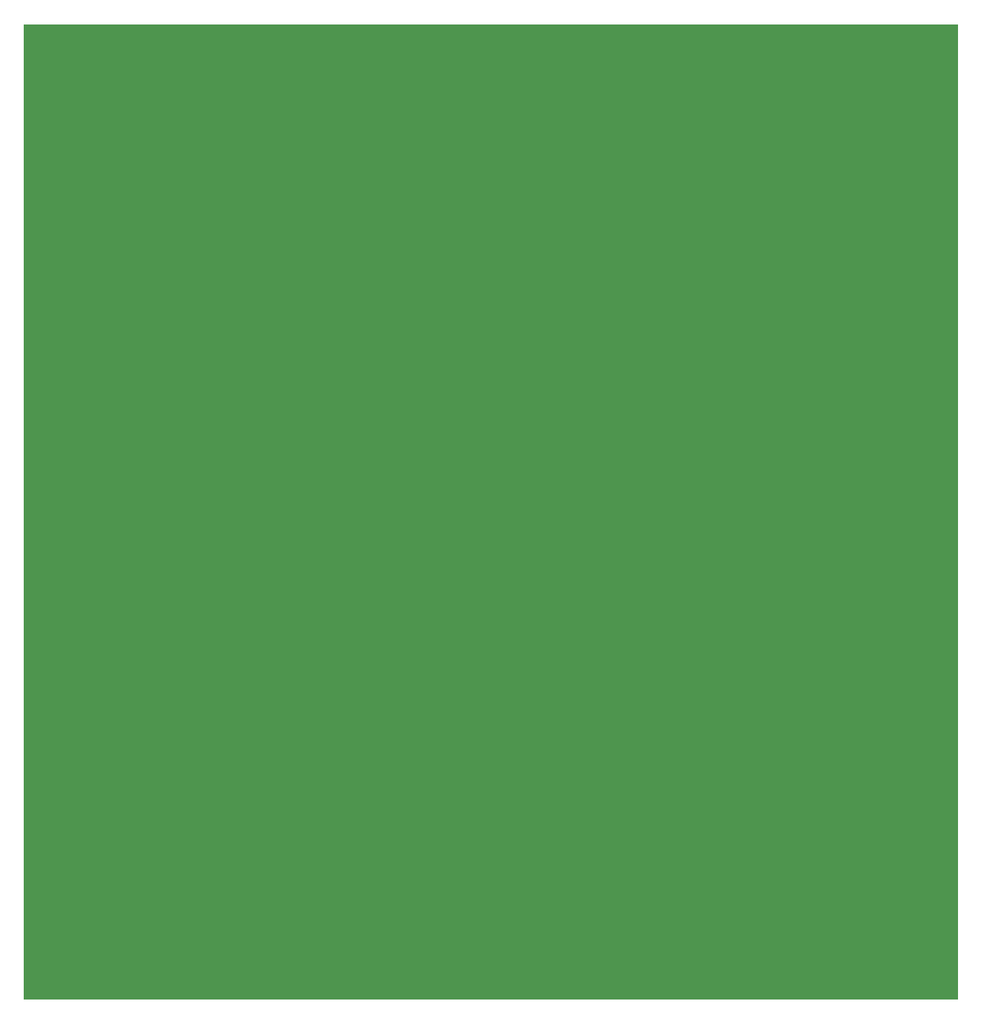
<source format=gbl>
G04 TFLN Photonic Modulator - Bottom Copper Layer*
G04 Date: 2026-01-30 09:28:49*
%FSLAX36Y36*%
%MOIN*%
G04 Solid Ground Plane*
%ADD20R,4.200X4.380*%
D20*
X2100000Y2190000D03*
M02*

</source>
